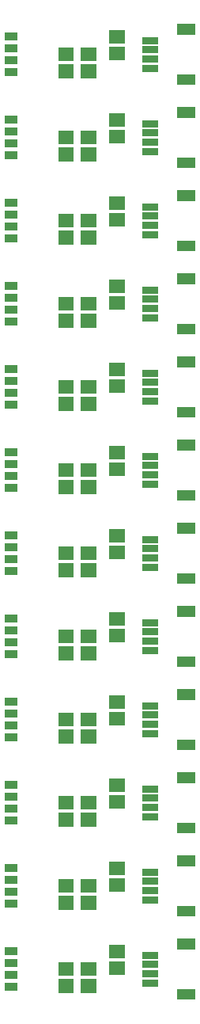
<source format=gbr>
G04 start of page 7 for group -4063 idx -4063 *
G04 Title: (unknown), componentmask *
G04 Creator: pcb 20140316 *
G04 CreationDate: Wed 03 Jan 2018 02:51:44 AM GMT UTC *
G04 For: railfan *
G04 Format: Gerber/RS-274X *
G04 PCB-Dimensions (mil): 1000.00 4200.00 *
G04 PCB-Coordinate-Origin: lower left *
%MOIN*%
%FSLAX25Y25*%
%LNTOPMASK*%
%ADD37R,0.0444X0.0444*%
%ADD36R,0.0296X0.0296*%
%ADD35R,0.0572X0.0572*%
%ADD34R,0.0344X0.0344*%
G54D34*X11419Y325000D02*X13337D01*
G54D35*X35107Y325457D02*X35893D01*
X44607D02*X45393D01*
G54D36*X69130Y326594D02*X72870D01*
G54D34*X11419Y330000D02*X13337D01*
G54D35*X35107Y332543D02*X35893D01*
G54D34*X11419Y335000D02*X13337D01*
X11419Y340000D02*X13337D01*
G54D35*X56607Y340043D02*X57393D01*
X44607Y332543D02*X45393D01*
X56607Y332957D02*X57393D01*
G54D36*X69130Y330531D02*X72870D01*
X69130Y334469D02*X72870D01*
X69130Y338406D02*X72870D01*
G54D37*X84632Y321919D02*X87880D01*
X84632Y343081D02*X87880D01*
G54D35*X44607Y290457D02*X45393D01*
X44607Y297543D02*X45393D01*
X56607Y305043D02*X57393D01*
X56607Y297957D02*X57393D01*
G54D36*X69130Y291594D02*X72870D01*
X69130Y295531D02*X72870D01*
X69130Y299469D02*X72870D01*
X69130Y303406D02*X72870D01*
G54D37*X84632Y286919D02*X87880D01*
X84632Y308081D02*X87880D01*
G54D35*X44607Y395457D02*X45393D01*
X44607Y402543D02*X45393D01*
X56607Y410043D02*X57393D01*
X56607Y402957D02*X57393D01*
G54D36*X69130Y396594D02*X72870D01*
X69130Y400531D02*X72870D01*
X69130Y404469D02*X72870D01*
X69130Y408406D02*X72870D01*
G54D37*X84632Y391919D02*X87880D01*
X84632Y413081D02*X87880D01*
G54D34*X11419Y405000D02*X13337D01*
X11419Y410000D02*X13337D01*
X11419Y395000D02*X13337D01*
X11419Y400000D02*X13337D01*
G54D35*X35107Y402543D02*X35893D01*
X35107Y395457D02*X35893D01*
X35107Y367543D02*X35893D01*
G54D34*X11419Y360000D02*X13337D01*
X11419Y365000D02*X13337D01*
X11419Y370000D02*X13337D01*
X11419Y375000D02*X13337D01*
G54D35*X35107Y360457D02*X35893D01*
X44607D02*X45393D01*
X44607Y367543D02*X45393D01*
X56607Y375043D02*X57393D01*
X56607Y367957D02*X57393D01*
G54D36*X69130Y361594D02*X72870D01*
G54D37*X84632Y356919D02*X87880D01*
G54D36*X69130Y365531D02*X72870D01*
X69130Y369469D02*X72870D01*
X69130Y373406D02*X72870D01*
G54D37*X84632Y378081D02*X87880D01*
G54D34*X11419Y290000D02*X13337D01*
X11419Y295000D02*X13337D01*
X11419Y300000D02*X13337D01*
X11419Y305000D02*X13337D01*
X11419Y260000D02*X13337D01*
X11419Y265000D02*X13337D01*
X11419Y270000D02*X13337D01*
G54D35*X35107Y290457D02*X35893D01*
X35107Y262543D02*X35893D01*
G54D34*X11419Y255000D02*X13337D01*
G54D35*X35107Y255457D02*X35893D01*
X44607D02*X45393D01*
X44607Y262543D02*X45393D01*
X56607Y270043D02*X57393D01*
X56607Y262957D02*X57393D01*
G54D36*X69130Y256594D02*X72870D01*
G54D37*X84632Y251919D02*X87880D01*
G54D36*X69130Y260531D02*X72870D01*
X69130Y264469D02*X72870D01*
X69130Y268406D02*X72870D01*
G54D37*X84632Y273081D02*X87880D01*
G54D35*X35107Y297543D02*X35893D01*
X35107Y150457D02*X35893D01*
X35107Y157543D02*X35893D01*
G54D34*X11419Y185000D02*X13337D01*
G54D35*X35107Y185457D02*X35893D01*
X35107Y192543D02*X35893D01*
G54D34*X11419Y190000D02*X13337D01*
X11419Y195000D02*X13337D01*
X11419Y200000D02*X13337D01*
G54D35*X44607Y185457D02*X45393D01*
X44607Y192543D02*X45393D01*
X44607Y150457D02*X45393D01*
X44607Y157543D02*X45393D01*
G54D34*X11419Y220000D02*X13337D01*
X11419Y225000D02*X13337D01*
X11419Y230000D02*X13337D01*
X11419Y235000D02*X13337D01*
G54D35*X35107Y220457D02*X35893D01*
X35107Y227543D02*X35893D01*
X44607Y220457D02*X45393D01*
X44607Y227543D02*X45393D01*
G54D36*X69130Y225531D02*X72870D01*
G54D35*X56607Y235043D02*X57393D01*
X56607Y227957D02*X57393D01*
X56607Y200043D02*X57393D01*
G54D36*X69130Y221594D02*X72870D01*
G54D37*X84632Y216919D02*X87880D01*
G54D36*X69130Y229469D02*X72870D01*
X69130Y233406D02*X72870D01*
G54D37*X84632Y238081D02*X87880D01*
G54D36*X69130Y194469D02*X72870D01*
X69130Y198406D02*X72870D01*
G54D37*X84632Y181919D02*X87880D01*
X84632Y203081D02*X87880D01*
G54D35*X56607Y192957D02*X57393D01*
G54D36*X69130Y186594D02*X72870D01*
X69130Y190531D02*X72870D01*
G54D35*X56607Y165043D02*X57393D01*
X56607Y157957D02*X57393D01*
G54D36*X69130Y151594D02*X72870D01*
X69130Y155531D02*X72870D01*
X69130Y159469D02*X72870D01*
X69130Y163406D02*X72870D01*
G54D37*X84632Y146919D02*X87880D01*
X84632Y168081D02*X87880D01*
G54D34*X11419Y150000D02*X13337D01*
X11419Y155000D02*X13337D01*
X11419Y160000D02*X13337D01*
X11419Y165000D02*X13337D01*
X11419Y115000D02*X13337D01*
X11419Y120000D02*X13337D01*
X11419Y125000D02*X13337D01*
X11419Y130000D02*X13337D01*
G54D35*X35107Y115457D02*X35893D01*
X35107Y122543D02*X35893D01*
X44607Y115457D02*X45393D01*
X44607Y122543D02*X45393D01*
X56607Y130043D02*X57393D01*
X56607Y122957D02*X57393D01*
G54D36*X69130Y116594D02*X72870D01*
X69130Y120531D02*X72870D01*
X69130Y124469D02*X72870D01*
X69130Y128406D02*X72870D01*
G54D37*X84632Y111919D02*X87880D01*
X84632Y133081D02*X87880D01*
G54D36*X69130Y81594D02*X72870D01*
G54D37*X84632Y76919D02*X87880D01*
G54D36*X69130Y85531D02*X72870D01*
X69130Y89469D02*X72870D01*
X69130Y93406D02*X72870D01*
G54D37*X84632Y98081D02*X87880D01*
G54D36*X69130Y54469D02*X72870D01*
X69130Y58406D02*X72870D01*
G54D37*X84632Y63081D02*X87880D01*
G54D34*X11419Y80000D02*X13337D01*
X11419Y85000D02*X13337D01*
X11419Y90000D02*X13337D01*
X11419Y95000D02*X13337D01*
G54D35*X35107Y80457D02*X35893D01*
X35107Y87543D02*X35893D01*
X44607Y80457D02*X45393D01*
X44607Y87543D02*X45393D01*
X56607Y95043D02*X57393D01*
X56607Y87957D02*X57393D01*
X35107Y45457D02*X35893D01*
X35107Y52543D02*X35893D01*
X44607Y45457D02*X45393D01*
X44607Y52543D02*X45393D01*
X56607Y60043D02*X57393D01*
X56607Y52957D02*X57393D01*
G54D34*X11419Y45000D02*X13337D01*
X11419Y50000D02*X13337D01*
X11419Y55000D02*X13337D01*
X11419Y60000D02*X13337D01*
X11419Y10000D02*X13337D01*
X11419Y15000D02*X13337D01*
X11419Y20000D02*X13337D01*
X11419Y25000D02*X13337D01*
G54D35*X35107Y10457D02*X35893D01*
X44607D02*X45393D01*
X35107Y17543D02*X35893D01*
X44607D02*X45393D01*
X56607Y25043D02*X57393D01*
X56607Y17957D02*X57393D01*
G54D36*X69130Y46594D02*X72870D01*
G54D37*X84632Y41919D02*X87880D01*
G54D36*X69130Y50531D02*X72870D01*
X69130Y11594D02*X72870D01*
X69130Y15531D02*X72870D01*
X69130Y19469D02*X72870D01*
X69130Y23406D02*X72870D01*
G54D37*X84632Y6919D02*X87880D01*
X84632Y28081D02*X87880D01*
M02*

</source>
